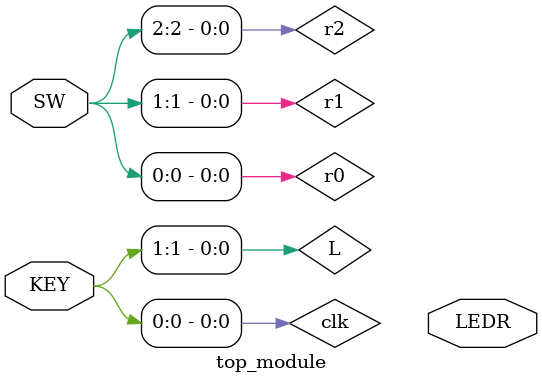
<source format=v>
module top_module (
	input [2:0] SW,      // R
	input [1:0] KEY,     // L and clk
	output [2:0] LEDR);  // Q
    
    // Rename KEY to retreive clk and L signals
    wire clk, L;
    assign clk = KEY[0];
    assign L = KEY[1];
    
    // Rename SW to r..
    wire r0, r1, r2;
    assign r0 = SW[0];
    assign r1 = SW[1];
    assign r2 = SW[2];
    
    // Inputs to registers
    wire d0, d1, d2;
    
    


endmodule

</source>
